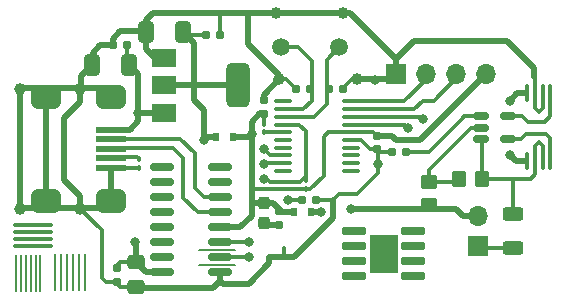
<source format=gbr>
%TF.GenerationSoftware,KiCad,Pcbnew,6.0.11+dfsg-1*%
%TF.CreationDate,2024-09-19T13:58:50+04:00*%
%TF.ProjectId,bat,6261742e-6b69-4636-9164-5f7063625858,rev?*%
%TF.SameCoordinates,PX60e4b00PY48ab840*%
%TF.FileFunction,Copper,L1,Top*%
%TF.FilePolarity,Positive*%
%FSLAX46Y46*%
G04 Gerber Fmt 4.6, Leading zero omitted, Abs format (unit mm)*
G04 Created by KiCad (PCBNEW 6.0.11+dfsg-1) date 2024-09-19 13:58:50*
%MOMM*%
%LPD*%
G01*
G04 APERTURE LIST*
G04 Aperture macros list*
%AMRoundRect*
0 Rectangle with rounded corners*
0 $1 Rounding radius*
0 $2 $3 $4 $5 $6 $7 $8 $9 X,Y pos of 4 corners*
0 Add a 4 corners polygon primitive as box body*
4,1,4,$2,$3,$4,$5,$6,$7,$8,$9,$2,$3,0*
0 Add four circle primitives for the rounded corners*
1,1,$1+$1,$2,$3*
1,1,$1+$1,$4,$5*
1,1,$1+$1,$6,$7*
1,1,$1+$1,$8,$9*
0 Add four rect primitives between the rounded corners*
20,1,$1+$1,$2,$3,$4,$5,0*
20,1,$1+$1,$4,$5,$6,$7,0*
20,1,$1+$1,$6,$7,$8,$9,0*
20,1,$1+$1,$8,$9,$2,$3,0*%
G04 Aperture macros list end*
%TA.AperFunction,SMDPad,CuDef*%
%ADD10RoundRect,0.100000X-0.100000X0.130000X-0.100000X-0.130000X0.100000X-0.130000X0.100000X0.130000X0*%
%TD*%
%TA.AperFunction,SMDPad,CuDef*%
%ADD11RoundRect,0.100000X0.100000X-0.130000X0.100000X0.130000X-0.100000X0.130000X-0.100000X-0.130000X0*%
%TD*%
%TA.AperFunction,SMDPad,CuDef*%
%ADD12RoundRect,0.075000X-0.910000X-0.225000X0.910000X-0.225000X0.910000X0.225000X-0.910000X0.225000X0*%
%TD*%
%TA.AperFunction,SMDPad,CuDef*%
%ADD13R,2.413000X3.302000*%
%TD*%
%TA.AperFunction,SMDPad,CuDef*%
%ADD14RoundRect,0.150000X0.825000X0.150000X-0.825000X0.150000X-0.825000X-0.150000X0.825000X-0.150000X0*%
%TD*%
%TA.AperFunction,SMDPad,CuDef*%
%ADD15RoundRect,0.160000X0.197500X0.160000X-0.197500X0.160000X-0.197500X-0.160000X0.197500X-0.160000X0*%
%TD*%
%TA.AperFunction,SMDPad,CuDef*%
%ADD16RoundRect,0.160000X-0.197500X-0.160000X0.197500X-0.160000X0.197500X0.160000X-0.197500X0.160000X0*%
%TD*%
%TA.AperFunction,SMDPad,CuDef*%
%ADD17RoundRect,0.160000X0.160000X-0.197500X0.160000X0.197500X-0.160000X0.197500X-0.160000X-0.197500X0*%
%TD*%
%TA.AperFunction,SMDPad,CuDef*%
%ADD18RoundRect,0.250000X0.412500X0.650000X-0.412500X0.650000X-0.412500X-0.650000X0.412500X-0.650000X0*%
%TD*%
%TA.AperFunction,SMDPad,CuDef*%
%ADD19RoundRect,0.250000X0.450000X-0.350000X0.450000X0.350000X-0.450000X0.350000X-0.450000X-0.350000X0*%
%TD*%
%TA.AperFunction,SMDPad,CuDef*%
%ADD20RoundRect,0.250000X0.350000X0.450000X-0.350000X0.450000X-0.350000X-0.450000X0.350000X-0.450000X0*%
%TD*%
%TA.AperFunction,SMDPad,CuDef*%
%ADD21RoundRect,0.155000X-0.155000X0.212500X-0.155000X-0.212500X0.155000X-0.212500X0.155000X0.212500X0*%
%TD*%
%TA.AperFunction,SMDPad,CuDef*%
%ADD22R,0.600000X0.700000*%
%TD*%
%TA.AperFunction,SMDPad,CuDef*%
%ADD23RoundRect,0.150000X-0.512500X-0.150000X0.512500X-0.150000X0.512500X0.150000X-0.512500X0.150000X0*%
%TD*%
%TA.AperFunction,SMDPad,CuDef*%
%ADD24RoundRect,0.160000X-0.160000X0.197500X-0.160000X-0.197500X0.160000X-0.197500X0.160000X0.197500X0*%
%TD*%
%TA.AperFunction,SMDPad,CuDef*%
%ADD25RoundRect,0.237500X-0.237500X0.300000X-0.237500X-0.300000X0.237500X-0.300000X0.237500X0.300000X0*%
%TD*%
%TA.AperFunction,ComponentPad*%
%ADD26R,1.700000X1.700000*%
%TD*%
%TA.AperFunction,ComponentPad*%
%ADD27O,1.700000X1.700000*%
%TD*%
%TA.AperFunction,SMDPad,CuDef*%
%ADD28RoundRect,0.250000X0.625000X-0.312500X0.625000X0.312500X-0.625000X0.312500X-0.625000X-0.312500X0*%
%TD*%
%TA.AperFunction,SMDPad,CuDef*%
%ADD29RoundRect,0.100000X0.100000X-0.637500X0.100000X0.637500X-0.100000X0.637500X-0.100000X-0.637500X0*%
%TD*%
%TA.AperFunction,SMDPad,CuDef*%
%ADD30R,2.000000X1.500000*%
%TD*%
%TA.AperFunction,SMDPad,CuDef*%
%ADD31RoundRect,0.500000X-0.500000X-1.400000X0.500000X-1.400000X0.500000X1.400000X-0.500000X1.400000X0*%
%TD*%
%TA.AperFunction,SMDPad,CuDef*%
%ADD32R,2.500000X0.500000*%
%TD*%
%TA.AperFunction,ComponentPad*%
%ADD33C,1.000000*%
%TD*%
%TA.AperFunction,SMDPad,CuDef*%
%ADD34RoundRect,0.500000X-0.750000X0.500000X-0.750000X-0.500000X0.750000X-0.500000X0.750000X0.500000X0*%
%TD*%
%TA.AperFunction,SMDPad,CuDef*%
%ADD35RoundRect,0.100000X-0.637500X-0.100000X0.637500X-0.100000X0.637500X0.100000X-0.637500X0.100000X0*%
%TD*%
%TA.AperFunction,SMDPad,CuDef*%
%ADD36RoundRect,0.250000X-0.475000X0.337500X-0.475000X-0.337500X0.475000X-0.337500X0.475000X0.337500X0*%
%TD*%
%TA.AperFunction,ComponentPad*%
%ADD37C,1.500000*%
%TD*%
%TA.AperFunction,ViaPad*%
%ADD38C,0.800000*%
%TD*%
%TA.AperFunction,ViaPad*%
%ADD39C,1.000000*%
%TD*%
%TA.AperFunction,Conductor*%
%ADD40C,0.300000*%
%TD*%
%TA.AperFunction,Conductor*%
%ADD41C,0.200000*%
%TD*%
%TA.AperFunction,Conductor*%
%ADD42C,0.500000*%
%TD*%
G04 APERTURE END LIST*
D10*
%TO.P,R1,1*%
%TO.N,/VCC3*%
X21844000Y-10580000D03*
%TO.P,R1,2*%
%TO.N,/VDDA*%
X21844000Y-11280000D03*
%TD*%
D11*
%TO.P,JP1,1,A*%
%TO.N,GND*%
X11326000Y-14320000D03*
%TO.P,JP1,2,B*%
%TO.N,/ID*%
X11326000Y-13620000D03*
%TD*%
D10*
%TO.P,JP2,1,A*%
%TO.N,/RST*%
X25400000Y-15398000D03*
%TO.P,JP2,2,B*%
%TO.N,/VCC3*%
X25400000Y-16098000D03*
%TD*%
D12*
%TO.P,U5,1,TEMP*%
%TO.N,unconnected-(U5-Pad1)*%
X29529000Y-19685000D03*
%TO.P,U5,2,PROG*%
%TO.N,unconnected-(U5-Pad2)*%
X29529000Y-20955000D03*
%TO.P,U5,3,GND*%
%TO.N,unconnected-(U5-Pad3)*%
X29529000Y-22225000D03*
%TO.P,U5,4,VCC*%
%TO.N,unconnected-(U5-Pad4)*%
X29529000Y-23495000D03*
%TO.P,U5,5,BAT*%
%TO.N,unconnected-(U5-Pad5)*%
X34479000Y-23495000D03*
%TO.P,U5,6,~{STDBY}*%
%TO.N,unconnected-(U5-Pad6)*%
X34479000Y-22225000D03*
%TO.P,U5,7,~{CHRG}*%
%TO.N,unconnected-(U5-Pad7)*%
X34479000Y-20955000D03*
%TO.P,U5,8,CE*%
%TO.N,unconnected-(U5-Pad8)*%
X34479000Y-19685000D03*
D13*
%TO.P,U5,9,EP*%
%TO.N,unconnected-(U5-Pad9)*%
X32004000Y-21590000D03*
%TD*%
D14*
%TO.P,U2,1,GND*%
%TO.N,GND*%
X18176600Y-23170600D03*
%TO.P,U2,2,TXD*%
%TO.N,/TxD*%
X18176600Y-21900600D03*
%TO.P,U2,3,RXD*%
%TO.N,/RxD*%
X18176600Y-20630600D03*
%TO.P,U2,4,V3*%
%TO.N,/VCC3*%
X18176600Y-19360600D03*
%TO.P,U2,5,UD+*%
%TO.N,/D+*%
X18176600Y-18090600D03*
%TO.P,U2,6,UD-*%
%TO.N,/D-*%
X18176600Y-16820600D03*
%TO.P,U2,7,NC*%
%TO.N,unconnected-(U2-Pad7)*%
X18176600Y-15550600D03*
%TO.P,U2,8,NC*%
%TO.N,unconnected-(U2-Pad8)*%
X18176600Y-14280600D03*
%TO.P,U2,9,~{CTS}*%
%TO.N,unconnected-(U2-Pad9)*%
X13226600Y-14280600D03*
%TO.P,U2,10,~{DSR}*%
%TO.N,unconnected-(U2-Pad10)*%
X13226600Y-15550600D03*
%TO.P,U2,11,~{RI}*%
%TO.N,unconnected-(U2-Pad11)*%
X13226600Y-16820600D03*
%TO.P,U2,12,~{DCD}*%
%TO.N,unconnected-(U2-Pad12)*%
X13226600Y-18090600D03*
%TO.P,U2,13,~{DTR}*%
%TO.N,unconnected-(U2-Pad13)*%
X13226600Y-19360600D03*
%TO.P,U2,14,~{RTS}*%
%TO.N,unconnected-(U2-Pad14)*%
X13226600Y-20630600D03*
%TO.P,U2,15,R232*%
%TO.N,unconnected-(U2-Pad15)*%
X13226600Y-21900600D03*
%TO.P,U2,16,VCC*%
%TO.N,/VCC5*%
X13226600Y-23170600D03*
%TD*%
D15*
%TO.P,C12,1*%
%TO.N,GND*%
X28537500Y-7620000D03*
%TO.P,C12,2*%
%TO.N,/X-*%
X27342500Y-7620000D03*
%TD*%
D16*
%TO.P,C13,1*%
%TO.N,GND*%
X24548500Y-7636000D03*
%TO.P,C13,2*%
%TO.N,/X+*%
X25743500Y-7636000D03*
%TD*%
D17*
%TO.P,C6,1*%
%TO.N,/VCC3*%
X21844000Y-9741500D03*
%TO.P,C6,2*%
%TO.N,GND*%
X21844000Y-8546500D03*
%TD*%
%TO.P,C10,1*%
%TO.N,GND*%
X23114000Y-19139500D03*
%TO.P,C10,2*%
%TO.N,/VCC3*%
X23114000Y-17944500D03*
%TD*%
D18*
%TO.P,C1,1*%
%TO.N,/VCC5*%
X10452500Y-5588000D03*
%TO.P,C1,2*%
%TO.N,GND*%
X7327500Y-5588000D03*
%TD*%
D19*
%TO.P,R3,1*%
%TO.N,/BAT+*%
X35814000Y-17510000D03*
%TO.P,R3,2*%
%TO.N,/VDCK*%
X35814000Y-15510000D03*
%TD*%
D20*
%TO.P,C9,1*%
%TO.N,/S1*%
X40370000Y-15240000D03*
%TO.P,C9,2*%
%TO.N,/VDCK*%
X38370000Y-15240000D03*
%TD*%
D15*
%TO.P,C8,1*%
%TO.N,GND*%
X18123500Y-3048000D03*
%TO.P,C8,2*%
%TO.N,/VCC3U*%
X16928500Y-3048000D03*
%TD*%
D21*
%TO.P,C5,1*%
%TO.N,/VCC3*%
X31428800Y-11624500D03*
%TO.P,C5,2*%
%TO.N,GND*%
X31428800Y-12759500D03*
%TD*%
D22*
%TO.P,D1,1,K*%
%TO.N,/VCC3*%
X19242000Y-11684000D03*
%TO.P,D1,2,A*%
%TO.N,/VCC3U*%
X17842000Y-11684000D03*
%TD*%
D23*
%TO.P,U4,1,VM*%
%TO.N,/VM*%
X40264500Y-9972000D03*
%TO.P,U4,2,VDD*%
%TO.N,/VDCK*%
X40264500Y-10922000D03*
%TO.P,U4,3,VSS*%
%TO.N,/S1*%
X40264500Y-11872000D03*
%TO.P,U4,4,DO*%
%TO.N,/G+*%
X42539500Y-11872000D03*
%TO.P,U4,5,CO*%
%TO.N,/G-*%
X42539500Y-9972000D03*
%TD*%
D22*
%TO.P,D2,1,K*%
%TO.N,/VCC3*%
X24446000Y-18034000D03*
%TO.P,D2,2,A*%
%TO.N,/BAT+*%
X25846000Y-18034000D03*
%TD*%
D24*
%TO.P,C11,1*%
%TO.N,/VCC5*%
X9398000Y-22770500D03*
%TO.P,C11,2*%
%TO.N,GND*%
X9398000Y-23965500D03*
%TD*%
D25*
%TO.P,C3,1*%
%TO.N,/VCC3*%
X21844000Y-17272000D03*
%TO.P,C3,2*%
%TO.N,GND*%
X21844000Y-18997000D03*
%TD*%
D18*
%TO.P,C2,1*%
%TO.N,/VCC3U*%
X15024500Y-2794000D03*
%TO.P,C2,2*%
%TO.N,GND*%
X11899500Y-2794000D03*
%TD*%
D26*
%TO.P,J1,1,Pin_1*%
%TO.N,GND*%
X33030000Y-6407000D03*
D27*
%TO.P,J1,2,Pin_2*%
%TO.N,/SWCLK*%
X35570000Y-6407000D03*
%TO.P,J1,3,Pin_3*%
%TO.N,/SWDIO*%
X38110000Y-6407000D03*
%TO.P,J1,4,Pin_4*%
%TO.N,/VCC3*%
X40650000Y-6407000D03*
%TD*%
D28*
%TO.P,F1,1*%
%TO.N,Net-(BT1-Pad1)*%
X42926000Y-21142500D03*
%TO.P,F1,2*%
%TO.N,/S1*%
X42926000Y-18217500D03*
%TD*%
D15*
%TO.P,R2,1*%
%TO.N,/VM*%
X33871500Y-12954000D03*
%TO.P,R2,2*%
%TO.N,GND*%
X32676500Y-12954000D03*
%TD*%
D29*
%TO.P,Q1,1*%
%TO.N,/D12*%
X44166000Y-13716000D03*
%TO.P,Q1,2*%
%TO.N,/S1*%
X44816000Y-13716000D03*
%TO.P,Q1,3*%
X45466000Y-13716000D03*
%TO.P,Q1,4*%
%TO.N,/G+*%
X46116000Y-13716000D03*
%TO.P,Q1,5*%
%TO.N,/G-*%
X46116000Y-7991000D03*
%TO.P,Q1,6*%
%TO.N,GND*%
X45466000Y-7991000D03*
%TO.P,Q1,7*%
X44816000Y-7991000D03*
%TO.P,Q1,8*%
%TO.N,/D12*%
X44166000Y-7991000D03*
%TD*%
D30*
%TO.P,U1,1,GND*%
%TO.N,GND*%
X13415200Y-5046400D03*
%TO.P,U1,2,VO*%
%TO.N,/VCC3U*%
X13415200Y-7346400D03*
D31*
X19715200Y-7346400D03*
D30*
%TO.P,U1,3,VI*%
%TO.N,/VCC5*%
X13415200Y-9646400D03*
%TD*%
D32*
%TO.P,USB1,1,VBUS*%
%TO.N,/VCC5*%
X8899200Y-11100000D03*
%TO.P,USB1,2,D-*%
%TO.N,/D-*%
X8899200Y-11900000D03*
%TO.P,USB1,3,D+*%
%TO.N,/D+*%
X8899200Y-12700000D03*
%TO.P,USB1,4,ID*%
%TO.N,/ID*%
X8899200Y-13500000D03*
%TO.P,USB1,5,GND*%
%TO.N,GND*%
X8899200Y-14300000D03*
D33*
%TO.P,USB1,6,Shield*%
X6299200Y-7620000D03*
D34*
X8899200Y-8300000D03*
X3399200Y-17100000D03*
D33*
X1219200Y-7620000D03*
D34*
X8899200Y-17100000D03*
X3399200Y-8300000D03*
D33*
X1219200Y-17780000D03*
X6299200Y-17780000D03*
%TD*%
D35*
%TO.P,U3,1,BOOT0*%
%TO.N,unconnected-(U3-Pad1)*%
X23502700Y-8708200D03*
%TO.P,U3,2,PF0*%
%TO.N,/X+*%
X23502700Y-9358200D03*
%TO.P,U3,3,PF1*%
%TO.N,/X-*%
X23502700Y-10008200D03*
%TO.P,U3,4,NRST*%
%TO.N,/RST*%
X23502700Y-10658200D03*
%TO.P,U3,5,VDDA*%
%TO.N,/VDDA*%
X23502700Y-11308200D03*
%TO.P,U3,6,PA0*%
%TO.N,/A0*%
X23502700Y-11958200D03*
%TO.P,U3,7,PA1*%
%TO.N,/A1*%
X23502700Y-12608200D03*
%TO.P,U3,8,PA2*%
%TO.N,/TxD*%
X23502700Y-13258200D03*
%TO.P,U3,9,PA3*%
%TO.N,/RxD*%
X23502700Y-13908200D03*
%TO.P,U3,10,PA4*%
%TO.N,/LED*%
X23502700Y-14558200D03*
%TO.P,U3,11,PA5*%
%TO.N,/SCK*%
X29227700Y-14558200D03*
%TO.P,U3,12,PA6*%
%TO.N,/MISO*%
X29227700Y-13908200D03*
%TO.P,U3,13,PA7*%
%TO.N,/MOSI*%
X29227700Y-13258200D03*
%TO.P,U3,14,PB1*%
%TO.N,unconnected-(U3-Pad14)*%
X29227700Y-12608200D03*
%TO.P,U3,15,VSS*%
%TO.N,GND*%
X29227700Y-11958200D03*
%TO.P,U3,16,VDD*%
%TO.N,/VCC3*%
X29227700Y-11308200D03*
%TO.P,U3,17,PA9*%
%TO.N,/SCL*%
X29227700Y-10658200D03*
%TO.P,U3,18,PA10*%
%TO.N,/SDA*%
X29227700Y-10008200D03*
%TO.P,U3,19,PA13*%
%TO.N,/SWDIO*%
X29227700Y-9358200D03*
%TO.P,U3,20,PA14*%
%TO.N,/SWCLK*%
X29227700Y-8708200D03*
%TD*%
D15*
%TO.P,C7,1*%
%TO.N,/VCC5*%
X10249500Y-3968000D03*
%TO.P,C7,2*%
%TO.N,GND*%
X9054500Y-3968000D03*
%TD*%
D36*
%TO.P,C4,1*%
%TO.N,/VCC5*%
X11023600Y-22330500D03*
%TO.P,C4,2*%
%TO.N,GND*%
X11023600Y-24405500D03*
%TD*%
D15*
%TO.P,C14,1*%
%TO.N,GND*%
X26251500Y-17018000D03*
%TO.P,C14,2*%
%TO.N,/RST*%
X25056500Y-17018000D03*
%TD*%
D37*
%TO.P,XTAL1,1,1*%
%TO.N,/X-*%
X28219400Y-4114800D03*
%TO.P,XTAL1,2,2*%
%TO.N,/X+*%
X23339400Y-4114800D03*
%TD*%
D26*
%TO.P,BT1,1,-*%
%TO.N,Net-(BT1-Pad1)*%
X40005000Y-20955000D03*
D27*
%TO.P,BT1,2,+*%
%TO.N,/BAT+*%
X40005000Y-18415000D03*
%TD*%
D38*
%TO.N,/VCC5*%
X11226800Y-9652000D03*
X10922000Y-20574000D03*
%TO.N,/VCC3*%
X20828000Y-11430000D03*
%TO.N,/D12*%
X42672000Y-8636000D03*
X42672000Y-13208000D03*
%TO.N,GND*%
X31496000Y-13970000D03*
D39*
X23164800Y-6807200D03*
X29768800Y-6807200D03*
X28549600Y-1219200D03*
X22885400Y-1193800D03*
D38*
X31242000Y-6858000D03*
%TO.N,/VCC3U*%
X16764000Y-11938000D03*
%TO.N,/BAT+*%
X26670000Y-18034000D03*
X29210000Y-17780000D03*
%TO.N,/TxD*%
X21844000Y-12700000D03*
X20574000Y-21844000D03*
%TO.N,/RxD*%
X21844000Y-13970000D03*
X20574000Y-20574000D03*
%TO.N,/SCL*%
X34036000Y-10922000D03*
%TO.N,/SDA*%
X35306000Y-10160000D03*
%TO.N,/RST*%
X21844000Y-15240000D03*
X23876000Y-17018000D03*
%TD*%
D40*
%TO.N,/ID*%
X11326000Y-13620000D02*
X11106000Y-13400000D01*
X11106000Y-13400000D02*
X8955000Y-13400000D01*
%TO.N,GND*%
X8899200Y-14300000D02*
X11306000Y-14300000D01*
X11306000Y-14300000D02*
X11326000Y-14320000D01*
D41*
%TO.N,*%
X5232400Y-21590000D02*
X5232400Y-24638000D01*
X19405600Y-22535600D02*
X16357600Y-22535600D01*
X2950800Y-21722800D02*
X2950800Y-24770800D01*
X5740400Y-21590000D02*
X5740400Y-24638000D01*
D40*
X3865200Y-19741600D02*
X817200Y-19741600D01*
X3865200Y-20351200D02*
X817200Y-20351200D01*
D41*
X6248400Y-21590000D02*
X6248400Y-24638000D01*
D40*
X3865200Y-20960800D02*
X817200Y-20960800D01*
D41*
X2138000Y-21722800D02*
X2138000Y-24770800D01*
X4216400Y-21590000D02*
X4216400Y-24638000D01*
X1731600Y-21722800D02*
X1731600Y-24770800D01*
X4724400Y-21590000D02*
X4724400Y-24638000D01*
X2544400Y-21722800D02*
X2544400Y-24770800D01*
X918800Y-21722800D02*
X918800Y-24770800D01*
X6756400Y-21590000D02*
X6756400Y-24638000D01*
X19405600Y-21265600D02*
X16357600Y-21265600D01*
X1325200Y-21722800D02*
X1325200Y-24770800D01*
D40*
X3865200Y-19132000D02*
X817200Y-19132000D01*
D42*
%TO.N,/VCC5*%
X11372200Y-9646400D02*
X13415200Y-9646400D01*
X11231200Y-6366700D02*
X11231200Y-9505400D01*
X11023600Y-22330500D02*
X11023600Y-20675600D01*
X10452500Y-5588000D02*
X11231200Y-6366700D01*
X10922000Y-22228900D02*
X11023600Y-22330500D01*
D40*
X10249500Y-3968000D02*
X10249500Y-5385000D01*
D42*
X10490000Y-11100000D02*
X11226800Y-10363200D01*
X11023600Y-20675600D02*
X10922000Y-20574000D01*
X8899200Y-11100000D02*
X10490000Y-11100000D01*
X11226800Y-10363200D02*
X11226800Y-9652000D01*
X13226600Y-23170600D02*
X11863700Y-23170600D01*
X13208000Y-23189200D02*
X13226600Y-23170600D01*
X11231200Y-9505400D02*
X11372200Y-9646400D01*
D40*
X9673500Y-22330500D02*
X11023600Y-22330500D01*
D42*
X11863700Y-23170600D02*
X11023600Y-22330500D01*
D40*
X10249500Y-5385000D02*
X10452500Y-5588000D01*
D42*
X11125200Y-22228900D02*
X11023600Y-22330500D01*
D40*
X9398000Y-22606000D02*
X9673500Y-22330500D01*
X9398000Y-22770500D02*
X9398000Y-22606000D01*
X13226600Y-23170600D02*
X12044300Y-23170600D01*
%TO.N,/D-*%
X14776000Y-11880400D02*
X9005200Y-11880400D01*
X18176600Y-16820600D02*
X16769800Y-16820600D01*
X16002000Y-16052800D02*
X16002000Y-13106400D01*
X16769800Y-16820600D02*
X16002000Y-16052800D01*
X16002000Y-13106400D02*
X14776000Y-11880400D01*
%TO.N,/D+*%
X9005200Y-12680400D02*
X14210534Y-12680400D01*
X16261800Y-18090600D02*
X18176600Y-18090600D01*
X15054075Y-16882875D02*
X16261800Y-18090600D01*
X15054075Y-13523941D02*
X15054075Y-16882875D01*
X14210534Y-12680400D02*
X15054075Y-13523941D01*
%TO.N,/VCC3*%
X27299800Y-11308200D02*
X26924000Y-11684000D01*
D42*
X19862800Y-19354800D02*
X18182400Y-19354800D01*
X21530500Y-9711500D02*
X21844000Y-9711500D01*
X20828000Y-11430000D02*
X20828000Y-16002000D01*
D40*
X21844000Y-9711500D02*
X21844000Y-10570000D01*
D42*
X23114000Y-17780000D02*
X22606000Y-17272000D01*
X21844000Y-17272000D02*
X20828000Y-17272000D01*
D40*
X18170800Y-19354800D02*
X18176600Y-19360600D01*
D42*
X22606000Y-17272000D02*
X21844000Y-17272000D01*
X35119000Y-11938000D02*
X33020000Y-11938000D01*
X23114000Y-17944500D02*
X23114000Y-17780000D01*
X40650000Y-6407000D02*
X35119000Y-11938000D01*
D40*
X26924000Y-14986000D02*
X25766000Y-16144000D01*
D42*
X20828000Y-16002000D02*
X20828000Y-17272000D01*
D40*
X26924000Y-11684000D02*
X26924000Y-14986000D01*
D42*
X20828000Y-10414000D02*
X21530500Y-9711500D01*
X24446000Y-18034000D02*
X23203500Y-18034000D01*
X32706500Y-11624500D02*
X31428800Y-11624500D01*
X23203500Y-18034000D02*
X23114000Y-17944500D01*
D40*
X25766000Y-16144000D02*
X20970000Y-16144000D01*
X31112500Y-11308200D02*
X31428800Y-11624500D01*
X29227700Y-11308200D02*
X31112500Y-11308200D01*
D42*
X18182400Y-19354800D02*
X18176600Y-19360600D01*
X20574000Y-11684000D02*
X20828000Y-11430000D01*
X20828000Y-11430000D02*
X20828000Y-10414000D01*
X20828000Y-17272000D02*
X20828000Y-18389600D01*
D40*
X29227700Y-11308200D02*
X27299800Y-11308200D01*
D42*
X20828000Y-18389600D02*
X19862800Y-19354800D01*
D40*
X20970000Y-16144000D02*
X20828000Y-16002000D01*
D42*
X19242000Y-11684000D02*
X20574000Y-11684000D01*
X33020000Y-11938000D02*
X32706500Y-11624500D01*
D40*
%TO.N,/ID*%
X8925100Y-13474100D02*
X8899200Y-13500000D01*
%TO.N,/X+*%
X25908000Y-8636000D02*
X25908000Y-5283200D01*
X25908000Y-5283200D02*
X24739600Y-4114800D01*
X25185800Y-9358200D02*
X25908000Y-8636000D01*
X24739600Y-4114800D02*
X23339400Y-4114800D01*
X23502700Y-9358200D02*
X25185800Y-9358200D01*
%TO.N,/X-*%
X23502700Y-10008200D02*
X26110600Y-10008200D01*
X26110600Y-10008200D02*
X27178000Y-8940800D01*
X27178000Y-8940800D02*
X27178000Y-5156200D01*
X27178000Y-5156200D02*
X28219400Y-4114800D01*
%TO.N,/VDDA*%
X21862200Y-11308200D02*
X21844000Y-11290000D01*
X23502700Y-11308200D02*
X21862200Y-11308200D01*
D42*
%TO.N,/D12*%
X43180000Y-13716000D02*
X44066000Y-13716000D01*
X43317000Y-7991000D02*
X44066000Y-7991000D01*
X42672000Y-8636000D02*
X43317000Y-7991000D01*
X42672000Y-13208000D02*
X43180000Y-13716000D01*
D40*
%TO.N,/S1*%
X44816000Y-13716000D02*
X44816000Y-14874000D01*
X43434000Y-18095500D02*
X43225500Y-18095500D01*
X45466000Y-12448500D02*
X45141000Y-12123500D01*
X42926000Y-15240000D02*
X40370000Y-15240000D01*
X42926000Y-18217500D02*
X42926000Y-15240000D01*
X45141000Y-12123500D02*
X44816000Y-12448500D01*
X40370000Y-15240000D02*
X40370000Y-11977500D01*
X44816000Y-14874000D02*
X44450000Y-15240000D01*
X44450000Y-15240000D02*
X42926000Y-15240000D01*
X40370000Y-11977500D02*
X40264500Y-11872000D01*
X44816000Y-12448500D02*
X44816000Y-13716000D01*
X45466000Y-13716000D02*
X45466000Y-12448500D01*
D42*
%TO.N,GND*%
X27686000Y-18542000D02*
X27686000Y-17018000D01*
X8325200Y-17760400D02*
X9005200Y-17080400D01*
X7366000Y-5549500D02*
X7366000Y-4572000D01*
X18084800Y-1219200D02*
X12496800Y-1219200D01*
D40*
X9398000Y-23965500D02*
X9398000Y-24130000D01*
X23719700Y-6807200D02*
X23164800Y-6807200D01*
D42*
X12700000Y-5080000D02*
X11899500Y-4279500D01*
X4185200Y-17760400D02*
X3505200Y-17080400D01*
D40*
X30640317Y-12505500D02*
X30093017Y-11958200D01*
X30894317Y-12759500D02*
X30640317Y-12505500D01*
D42*
X6299200Y-16713200D02*
X4978400Y-15392400D01*
X8325200Y-7600400D02*
X9005200Y-8280400D01*
D40*
X31496000Y-14732000D02*
X29718000Y-16510000D01*
D42*
X1325200Y-7600400D02*
X2825200Y-7600400D01*
X6405200Y-17760400D02*
X8325200Y-17760400D01*
X8899200Y-17100000D02*
X8899200Y-14300000D01*
X18186400Y-23926800D02*
X17576800Y-24536400D01*
D40*
X28521500Y-7636000D02*
X29350300Y-6807200D01*
D42*
X44704000Y-5842000D02*
X44704000Y-6604000D01*
X18564108Y-1219200D02*
X18084800Y-1219200D01*
X1325200Y-17760400D02*
X2825200Y-17760400D01*
X2825200Y-17760400D02*
X3505200Y-17080400D01*
X20574000Y-24130000D02*
X18389600Y-24130000D01*
X18186400Y-23926800D02*
X18186400Y-23235600D01*
X6405200Y-7600400D02*
X4185200Y-7600400D01*
D40*
X44816000Y-7991000D02*
X44816000Y-6716000D01*
D42*
X29179200Y-1219200D02*
X33030000Y-5070000D01*
X23164800Y-6807200D02*
X23164800Y-6502400D01*
D40*
X8471500Y-23965500D02*
X8128000Y-23622000D01*
D42*
X22910800Y-1219200D02*
X22885400Y-1193800D01*
X7327500Y-5588000D02*
X7366000Y-5549500D01*
X9054500Y-3968000D02*
X9054500Y-3391500D01*
X2825200Y-7600400D02*
X3505200Y-8280400D01*
X28549600Y-1219200D02*
X26974800Y-1219200D01*
X22300100Y-21844000D02*
X23772200Y-21844000D01*
D40*
X44816000Y-9258500D02*
X44816000Y-7991000D01*
X29718000Y-16510000D02*
X28194000Y-16510000D01*
X23570100Y-21641900D02*
X23772200Y-21844000D01*
X8128000Y-23622000D02*
X8128000Y-19608800D01*
D42*
X9054500Y-3391500D02*
X9671600Y-2774400D01*
D40*
X9398000Y-23965500D02*
X8471500Y-23965500D01*
X30284717Y-12149900D02*
X30093017Y-11958200D01*
D42*
X11899500Y-1816500D02*
X11899500Y-2794000D01*
X22300100Y-21844000D02*
X22300100Y-22403900D01*
X13381600Y-5080000D02*
X12700000Y-5080000D01*
D40*
X45466000Y-9258500D02*
X45141000Y-9583500D01*
D42*
X11583500Y-24536400D02*
X11277600Y-24230500D01*
D40*
X31496000Y-13970000D02*
X31496000Y-12826700D01*
D42*
X4978400Y-10109200D02*
X6299200Y-8788400D01*
X33030000Y-5070000D02*
X34544000Y-3556000D01*
X18186400Y-23235600D02*
X18176600Y-23235600D01*
X7366000Y-4572000D02*
X7970000Y-3968000D01*
X42418000Y-3556000D02*
X44704000Y-5842000D01*
X33030000Y-6407000D02*
X33030000Y-5070000D01*
D40*
X29227700Y-11958200D02*
X30093017Y-11958200D01*
D42*
X11899500Y-4279500D02*
X11899500Y-2794000D01*
D40*
X31496000Y-12826700D02*
X31428800Y-12759500D01*
X29350300Y-6807200D02*
X29768800Y-6807200D01*
D42*
X28549600Y-1219200D02*
X29179200Y-1219200D01*
X22885400Y-1193800D02*
X18589508Y-1193800D01*
X4978400Y-15392400D02*
X4978400Y-10109200D01*
X11879900Y-2774400D02*
X11899500Y-2794000D01*
X20523200Y-3860800D02*
X20523200Y-1320800D01*
X9671600Y-2774400D02*
X11879900Y-2774400D01*
D40*
X9673500Y-24405500D02*
X11023600Y-24405500D01*
D42*
X21986500Y-19139500D02*
X21844000Y-18997000D01*
D40*
X44816000Y-6716000D02*
X44704000Y-6604000D01*
D42*
X6299200Y-17780000D02*
X6299200Y-16713200D01*
X6299200Y-8788400D02*
X6299200Y-7620000D01*
D40*
X23570100Y-21133900D02*
X23570100Y-21641900D01*
D42*
X7970000Y-3968000D02*
X9054500Y-3968000D01*
X26974800Y-1219200D02*
X24688800Y-1219200D01*
D40*
X26251500Y-17018000D02*
X27686000Y-17018000D01*
D42*
X18389600Y-24130000D02*
X18186400Y-23926800D01*
X34544000Y-3556000D02*
X42418000Y-3556000D01*
D40*
X18123500Y-1257900D02*
X18084800Y-1219200D01*
X45466000Y-7991000D02*
X45466000Y-9258500D01*
X18123500Y-3048000D02*
X18123500Y-1257900D01*
D42*
X29768800Y-6807200D02*
X32629800Y-6807200D01*
D40*
X28194000Y-16510000D02*
X27686000Y-17018000D01*
D42*
X24688800Y-1219200D02*
X22910800Y-1219200D01*
D40*
X8128000Y-19608800D02*
X6299200Y-17780000D01*
X45141000Y-9583500D02*
X44816000Y-9258500D01*
D42*
X6405200Y-7600400D02*
X8325200Y-7600400D01*
X6405200Y-17760400D02*
X4185200Y-17760400D01*
X32629800Y-6807200D02*
X33030000Y-6407000D01*
X23114000Y-19139500D02*
X21986500Y-19139500D01*
X23772200Y-21844000D02*
X24384000Y-21844000D01*
X6405200Y-6510300D02*
X7330200Y-5585300D01*
D40*
X32676500Y-12954000D02*
X31623300Y-12954000D01*
D42*
X4185200Y-7600400D02*
X3505200Y-8280400D01*
D40*
X31496000Y-13970000D02*
X31496000Y-14732000D01*
X9398000Y-24130000D02*
X9673500Y-24405500D01*
X24548500Y-7636000D02*
X23719700Y-6807200D01*
D42*
X6405200Y-7600400D02*
X6405200Y-6510300D01*
X18589508Y-1193800D02*
X18564108Y-1219200D01*
X24384000Y-21844000D02*
X27686000Y-18542000D01*
X3399200Y-17100000D02*
X3399200Y-8300000D01*
X13415200Y-5046400D02*
X13381600Y-5080000D01*
X17576800Y-24536400D02*
X11583500Y-24536400D01*
X22300100Y-22403900D02*
X20574000Y-24130000D01*
X21844000Y-8128000D02*
X23164800Y-6807200D01*
X23164800Y-6502400D02*
X20523200Y-3860800D01*
X1219200Y-17780000D02*
X1219200Y-7620000D01*
X13390200Y-5021400D02*
X13415200Y-5046400D01*
X21844000Y-8576500D02*
X21844000Y-8128000D01*
X12496800Y-1219200D02*
X11899500Y-1816500D01*
D40*
X31623300Y-12954000D02*
X31428800Y-12759500D01*
X31428800Y-12759500D02*
X30894317Y-12759500D01*
%TO.N,/G+*%
X43623625Y-11872000D02*
X42477250Y-11872000D01*
X46116000Y-13716000D02*
X46116000Y-11826000D01*
X46116000Y-11826000D02*
X45720000Y-11430000D01*
X44065625Y-11430000D02*
X43623625Y-11872000D01*
X45720000Y-11430000D02*
X44065625Y-11430000D01*
%TO.N,/G-*%
X44196000Y-10414000D02*
X45674000Y-10414000D01*
X46116000Y-9972000D02*
X46116000Y-7991000D01*
X45674000Y-10414000D02*
X46116000Y-9972000D01*
X43754000Y-9972000D02*
X44196000Y-10414000D01*
X42477250Y-9972000D02*
X43754000Y-9972000D01*
%TO.N,/VM*%
X36347000Y-12471000D02*
X36855000Y-11963000D01*
X35864000Y-12954000D02*
X36347000Y-12471000D01*
X36855000Y-11963000D02*
X38633000Y-10185000D01*
X40202250Y-9972000D02*
X38846000Y-9972000D01*
X33871500Y-12954000D02*
X35864000Y-12954000D01*
X38633000Y-10185000D02*
X38846000Y-9972000D01*
%TO.N,/SWCLK*%
X33709800Y-8708200D02*
X29227700Y-8708200D01*
X35570000Y-6848000D02*
X33709800Y-8708200D01*
X35570000Y-6407000D02*
X35570000Y-6848000D01*
%TO.N,/SWDIO*%
X36228500Y-8636000D02*
X38110000Y-6754500D01*
X29227700Y-9358200D02*
X34583800Y-9358200D01*
X38110000Y-6754500D02*
X38110000Y-6407000D01*
X34583800Y-9358200D02*
X35306000Y-8636000D01*
X35306000Y-8636000D02*
X36228500Y-8636000D01*
D42*
%TO.N,/VCC3U*%
X17018000Y-11684000D02*
X16764000Y-11938000D01*
D40*
X16928500Y-3048000D02*
X15278500Y-3048000D01*
D42*
X15982400Y-7346400D02*
X18915200Y-7346400D01*
X17842000Y-11684000D02*
X17018000Y-11684000D01*
X13415200Y-7346400D02*
X15982400Y-7346400D01*
X19715200Y-7346400D02*
X19715200Y-5745200D01*
X16764000Y-9398000D02*
X16764000Y-11938000D01*
X15982400Y-8616400D02*
X15982400Y-7346400D01*
D40*
X15278500Y-3048000D02*
X15024500Y-2794000D01*
D42*
X15024500Y-2794000D02*
X15982400Y-3751900D01*
X15982400Y-3751900D02*
X15982400Y-7346400D01*
X16764000Y-9398000D02*
X15982400Y-8616400D01*
D40*
%TO.N,/VDCK*%
X35830000Y-15494000D02*
X35814000Y-15510000D01*
X39370000Y-10922000D02*
X35814000Y-14478000D01*
X35814000Y-14478000D02*
X35814000Y-15510000D01*
X40202250Y-10922000D02*
X39370000Y-10922000D01*
X38370000Y-15240000D02*
X38116000Y-15494000D01*
D42*
X35814000Y-15510000D02*
X36052000Y-15748000D01*
D40*
X38116000Y-15494000D02*
X35830000Y-15494000D01*
D42*
%TO.N,/BAT+*%
X25846000Y-18034000D02*
X26670000Y-18034000D01*
X40005000Y-18415000D02*
X39624000Y-18034000D01*
X33782000Y-17780000D02*
X29210000Y-17780000D01*
X38100000Y-17780000D02*
X38735000Y-18415000D01*
X38735000Y-18415000D02*
X40005000Y-18415000D01*
X33782000Y-17780000D02*
X38100000Y-17780000D01*
D40*
%TO.N,/TxD*%
X22402200Y-13258200D02*
X21844000Y-12700000D01*
X23502700Y-13258200D02*
X22402200Y-13258200D01*
X18233200Y-21844000D02*
X18176600Y-21900600D01*
X20320000Y-21844000D02*
X18233200Y-21844000D01*
%TO.N,/RxD*%
X21844000Y-13970000D02*
X21905800Y-13908200D01*
X20517400Y-20630600D02*
X20574000Y-20574000D01*
X21905800Y-13908200D02*
X23502700Y-13908200D01*
X18176600Y-20630600D02*
X20517400Y-20630600D01*
%TO.N,Net-(BT1-Pad1)*%
X40192500Y-21142500D02*
X40005000Y-20955000D01*
X42926000Y-21142500D02*
X40192500Y-21142500D01*
%TO.N,/SCL*%
X29227700Y-10658200D02*
X33772200Y-10658200D01*
X33772200Y-10658200D02*
X33782000Y-10668000D01*
X33782000Y-10668000D02*
X34036000Y-10922000D01*
%TO.N,/SDA*%
X35154200Y-10008200D02*
X35306000Y-10160000D01*
X29227700Y-10008200D02*
X35154200Y-10008200D01*
%TO.N,/RST*%
X25056500Y-17018000D02*
X23876000Y-17018000D01*
X24882200Y-10658200D02*
X25400000Y-11176000D01*
X25400000Y-14986000D02*
X25400000Y-15388000D01*
X24892000Y-15494000D02*
X25400000Y-14986000D01*
X23368000Y-15494000D02*
X22352000Y-15494000D01*
X24473500Y-15494000D02*
X23368000Y-15494000D01*
X24473500Y-15494000D02*
X24892000Y-15494000D01*
X25400000Y-11176000D02*
X25400000Y-14986000D01*
X22352000Y-15494000D02*
X22098000Y-15240000D01*
X23502700Y-10658200D02*
X24882200Y-10658200D01*
%TD*%
M02*

</source>
